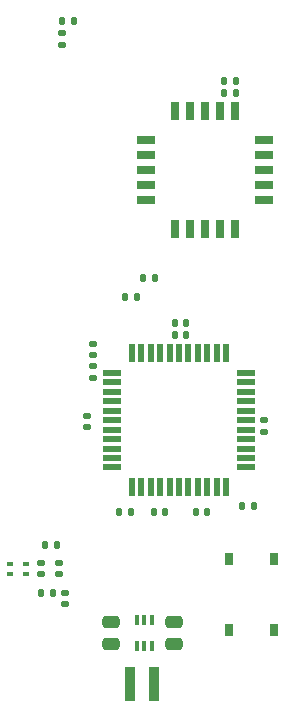
<source format=gbr>
%TF.GenerationSoftware,KiCad,Pcbnew,6.0.11-2627ca5db0~126~ubuntu22.04.1*%
%TF.CreationDate,2023-12-15T16:47:25+01:00*%
%TF.ProjectId,HB_TH_Sensor_SHT45_AllInOne_FUEL4EP,48425f54-485f-4536-956e-736f725f5348,1.1*%
%TF.SameCoordinates,Original*%
%TF.FileFunction,Paste,Top*%
%TF.FilePolarity,Positive*%
%FSLAX46Y46*%
G04 Gerber Fmt 4.6, Leading zero omitted, Abs format (unit mm)*
G04 Created by KiCad (PCBNEW 6.0.11-2627ca5db0~126~ubuntu22.04.1) date 2023-12-15 16:47:25*
%MOMM*%
%LPD*%
G01*
G04 APERTURE LIST*
G04 Aperture macros list*
%AMRoundRect*
0 Rectangle with rounded corners*
0 $1 Rounding radius*
0 $2 $3 $4 $5 $6 $7 $8 $9 X,Y pos of 4 corners*
0 Add a 4 corners polygon primitive as box body*
4,1,4,$2,$3,$4,$5,$6,$7,$8,$9,$2,$3,0*
0 Add four circle primitives for the rounded corners*
1,1,$1+$1,$2,$3*
1,1,$1+$1,$4,$5*
1,1,$1+$1,$6,$7*
1,1,$1+$1,$8,$9*
0 Add four rect primitives between the rounded corners*
20,1,$1+$1,$2,$3,$4,$5,0*
20,1,$1+$1,$4,$5,$6,$7,0*
20,1,$1+$1,$6,$7,$8,$9,0*
20,1,$1+$1,$8,$9,$2,$3,0*%
G04 Aperture macros list end*
%ADD10RoundRect,0.147500X-0.172500X0.147500X-0.172500X-0.147500X0.172500X-0.147500X0.172500X0.147500X0*%
%ADD11RoundRect,0.140000X-0.140000X-0.170000X0.140000X-0.170000X0.140000X0.170000X-0.140000X0.170000X0*%
%ADD12RoundRect,0.135000X0.185000X-0.135000X0.185000X0.135000X-0.185000X0.135000X-0.185000X-0.135000X0*%
%ADD13RoundRect,0.135000X0.135000X0.185000X-0.135000X0.185000X-0.135000X-0.185000X0.135000X-0.185000X0*%
%ADD14R,0.800000X1.500000*%
%ADD15R,1.500000X0.800000*%
%ADD16RoundRect,0.140000X0.170000X-0.140000X0.170000X0.140000X-0.170000X0.140000X-0.170000X-0.140000X0*%
%ADD17RoundRect,0.135000X-0.135000X-0.185000X0.135000X-0.185000X0.135000X0.185000X-0.135000X0.185000X0*%
%ADD18RoundRect,0.250000X0.475000X-0.250000X0.475000X0.250000X-0.475000X0.250000X-0.475000X-0.250000X0*%
%ADD19R,0.750000X1.000000*%
%ADD20RoundRect,0.140000X0.140000X0.170000X-0.140000X0.170000X-0.140000X-0.170000X0.140000X-0.170000X0*%
%ADD21R,0.900000X3.000000*%
%ADD22R,0.400000X0.900000*%
%ADD23R,0.550000X1.500000*%
%ADD24R,1.500000X0.550000*%
%ADD25RoundRect,0.140000X-0.170000X0.140000X-0.170000X-0.140000X0.170000X-0.140000X0.170000X0.140000X0*%
%ADD26RoundRect,0.147500X0.172500X-0.147500X0.172500X0.147500X-0.172500X0.147500X-0.172500X-0.147500X0*%
%ADD27R,0.500000X0.300000*%
%ADD28RoundRect,0.147500X-0.147500X-0.172500X0.147500X-0.172500X0.147500X0.172500X-0.147500X0.172500X0*%
G04 APERTURE END LIST*
D10*
%TO.C,D1*%
X8128000Y33251000D03*
X8128000Y32281000D03*
%TD*%
D11*
%TO.C,C1*%
X10823000Y37211000D03*
X11783000Y37211000D03*
%TD*%
D12*
%TO.C,R4*%
X8128000Y30351000D03*
X8128000Y31371000D03*
%TD*%
D13*
%TO.C,R1*%
X13337000Y38862000D03*
X12317000Y38862000D03*
%TD*%
D14*
%TO.C,Module1*%
X20146000Y42959000D03*
D15*
X12606000Y50499000D03*
D14*
X20146000Y52959000D03*
D15*
X22606000Y50499000D03*
D14*
X18876000Y42959000D03*
D15*
X12606000Y49229000D03*
D14*
X18876000Y52959000D03*
D15*
X22606000Y49229000D03*
D14*
X17606000Y42959000D03*
D15*
X12606000Y47959000D03*
D14*
X17606000Y52959000D03*
D15*
X22606000Y47959000D03*
D14*
X16336000Y42959000D03*
D15*
X12606000Y46689000D03*
D14*
X16336000Y52959000D03*
D15*
X22606000Y46689000D03*
D14*
X15066000Y42959000D03*
D15*
X12606000Y45419000D03*
D14*
X15066000Y52959000D03*
D15*
X22606000Y45419000D03*
%TD*%
D11*
%TO.C,C2*%
X16792000Y19050000D03*
X17752000Y19050000D03*
%TD*%
D16*
%TO.C,C4*%
X22606000Y25809000D03*
X22606000Y26769000D03*
%TD*%
D11*
%TO.C,C6*%
X15014000Y34036000D03*
X15974000Y34036000D03*
%TD*%
%TO.C,C8*%
X13236000Y19050000D03*
X14196000Y19050000D03*
%TD*%
D17*
%TO.C,R2*%
X10285000Y19050000D03*
X11305000Y19050000D03*
%TD*%
%TO.C,R6*%
X4062000Y16256000D03*
X5082000Y16256000D03*
%TD*%
D18*
%TO.C,C5*%
X14986000Y7813000D03*
X14986000Y9713000D03*
%TD*%
D19*
%TO.C,SW1*%
X19622172Y9047667D03*
X19622172Y15047667D03*
X23372172Y9047667D03*
X23372172Y15047667D03*
%TD*%
D20*
%TO.C,C11*%
X20165000Y54483000D03*
X19205000Y54483000D03*
%TD*%
%TO.C,C12*%
X20165000Y55499000D03*
X19205000Y55499000D03*
%TD*%
D16*
%TO.C,C13*%
X5461000Y58575000D03*
X5461000Y59535000D03*
%TD*%
D21*
%TO.C,L1*%
X13292000Y4445000D03*
X11192000Y4445000D03*
%TD*%
D22*
%TO.C,U2*%
X13096000Y9863000D03*
X12446000Y9863000D03*
X11796000Y9863000D03*
X11796000Y7663000D03*
X12446000Y7663000D03*
X13096000Y7663000D03*
%TD*%
D18*
%TO.C,C9*%
X9652000Y7813000D03*
X9652000Y9713000D03*
%TD*%
D23*
%TO.C,U1*%
X19367000Y32497000D03*
X18567000Y32497000D03*
X17767000Y32497000D03*
X16967000Y32497000D03*
X16167000Y32497000D03*
X15367000Y32497000D03*
X14567000Y32497000D03*
X13767000Y32497000D03*
X12967000Y32497000D03*
X12167000Y32497000D03*
X11367000Y32497000D03*
D24*
X9667000Y30797000D03*
X9667000Y29997000D03*
X9667000Y29197000D03*
X9667000Y28397000D03*
X9667000Y27597000D03*
X9667000Y26797000D03*
X9667000Y25997000D03*
X9667000Y25197000D03*
X9667000Y24397000D03*
X9667000Y23597000D03*
X9667000Y22797000D03*
D23*
X11367000Y21097000D03*
X12167000Y21097000D03*
X12967000Y21097000D03*
X13767000Y21097000D03*
X14567000Y21097000D03*
X15367000Y21097000D03*
X16167000Y21097000D03*
X16967000Y21097000D03*
X17767000Y21097000D03*
X18567000Y21097000D03*
X19367000Y21097000D03*
D24*
X21067000Y22797000D03*
X21067000Y23597000D03*
X21067000Y24397000D03*
X21067000Y25197000D03*
X21067000Y25997000D03*
X21067000Y26797000D03*
X21067000Y27597000D03*
X21067000Y28397000D03*
X21067000Y29197000D03*
X21067000Y29997000D03*
X21067000Y30797000D03*
%TD*%
D20*
%TO.C,C3*%
X15974000Y35052000D03*
X15014000Y35052000D03*
%TD*%
D25*
%TO.C,C15*%
X3683000Y14704000D03*
X3683000Y13744000D03*
%TD*%
D16*
%TO.C,C14*%
X5207000Y13744000D03*
X5207000Y14704000D03*
%TD*%
D25*
%TO.C,C7*%
X7620000Y27150000D03*
X7620000Y26190000D03*
%TD*%
D13*
%TO.C,R3*%
X21719000Y19558000D03*
X20699000Y19558000D03*
%TD*%
D26*
%TO.C,FB1*%
X5715000Y11199000D03*
X5715000Y12169000D03*
%TD*%
D17*
%TO.C,R5*%
X3681000Y12192000D03*
X4701000Y12192000D03*
%TD*%
D27*
%TO.C,U3*%
X1040000Y14614000D03*
X1040000Y13814000D03*
X2440000Y13814000D03*
X2440000Y14614000D03*
%TD*%
D28*
%TO.C,L2*%
X5484000Y60579000D03*
X6454000Y60579000D03*
%TD*%
M02*

</source>
